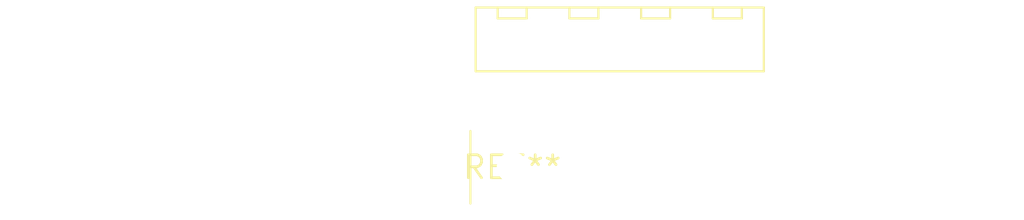
<source format=kicad_pcb>
(kicad_pcb (version 20240108) (generator pcbnew)
  (layers (0 "F.Cu" signal) (31 "B.Cu" signal) (34 "B.Paste" user) (35 "F.Paste" user) (36 "B.SilkS" user "B.Silkscreen") (37 "F.SilkS" user "F.Silkscreen") (38 "B.Mask" user) (39 "F.Mask" user) (44 "Edge.Cuts" user))
  (net 0 "")
  (footprint "Molex_KK-396_A-41792-0004_1x04_P3.96mm_Horizontal" (layer "F.Cu") (at 0 0)
    (property "Reference" "REF**")
    (property "Value" "Molex_KK-396_A-41792-0004_1x04_P3.96mm_Horizontal")
    (fp_line (start -2.305 -2) (end -2.305 2) (layer "F.SilkS") (stroke (width 0.12)))
    (fp_line (start -2.015 -8.82) (end 13.895 -8.82) (layer "F.SilkS") (stroke (width 0.12)))
    (fp_line (start -2.015 -5.3) (end -2.015 -8.82) (layer "F.SilkS") (stroke (width 0.12)))
    (fp_line (start -0.8 -8.82) (end -0.8 -8.22) (layer "F.SilkS") (stroke (width 0.12)))
    (fp_line (start -0.8 -8.22) (end 0.8 -8.22) (layer "F.SilkS") (stroke (width 0.12)))
    (fp_line (start 0.8 -8.22) (end 0.8 -8.82) (layer "F.SilkS") (stroke (width 0.12)))
    (fp_line (start 3.16 -8.82) (end 3.16 -8.22) (layer "F.SilkS") (stroke (width 0.12)))
    (fp_line (start 3.16 -8.22) (end 4.76 -8.22) (layer "F.SilkS") (stroke (width 0.12)))
    (fp_line (start 4.76 -8.22) (end 4.76 -8.82) (layer "F.SilkS") (stroke (width 0.12)))
    (fp_line (start 7.12 -8.82) (end 7.12 -8.22) (layer "F.SilkS") (stroke (width 0.12)))
    (fp_line (start 7.12 -8.22) (end 8.72 -8.22) (layer "F.SilkS") (stroke (width 0.12)))
    (fp_line (start 8.72 -8.22) (end 8.72 -8.82) (layer "F.SilkS") (stroke (width 0.12)))
    (fp_line (start 11.08 -8.82) (end 11.08 -8.22) (layer "F.SilkS") (stroke (width 0.12)))
    (fp_line (start 11.08 -8.22) (end 12.68 -8.22) (layer "F.SilkS") (stroke (width 0.12)))
    (fp_line (start 12.68 -8.22) (end 12.68 -8.82) (layer "F.SilkS") (stroke (width 0.12)))
    (fp_line (start 13.895 -8.82) (end 13.895 -5.3) (layer "F.SilkS") (stroke (width 0.12)))
    (fp_line (start 13.895 -5.3) (end -2.015 -5.3) (layer "F.SilkS") (stroke (width 0.12)))
    (pad "1" thru_hole roundrect (at 0 0) (size 3.16 4.1) (drill 1.7) (layers *.Cu *.Mask) (remove_unused_layers) (roundrect_rratio 0.079114))
    (pad "2" thru_hole oval (at 3.96 0) (size 3.16 4.1) (drill 1.7) (layers *.Cu *.Mask) (remove_unused_layers))
    (pad "3" thru_hole oval (at 7.92 0) (size 3.16 4.1) (drill 1.7) (layers *.Cu *.Mask) (remove_unused_layers))
    (pad "4" thru_hole oval (at 11.88 0) (size 3.16 4.1) (drill 1.7) (layers *.Cu *.Mask) (remove_unused_layers))
  )
)
</source>
